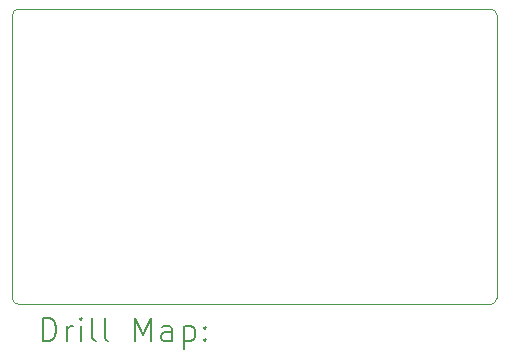
<source format=gbr>
%TF.GenerationSoftware,KiCad,Pcbnew,9.0.4*%
%TF.CreationDate,2026-02-10T01:39:44-05:00*%
%TF.ProjectId,main_board_peripheral_v3,6d61696e-5f62-46f6-9172-645f70657269,rev?*%
%TF.SameCoordinates,Original*%
%TF.FileFunction,Drillmap*%
%TF.FilePolarity,Positive*%
%FSLAX45Y45*%
G04 Gerber Fmt 4.5, Leading zero omitted, Abs format (unit mm)*
G04 Created by KiCad (PCBNEW 9.0.4) date 2026-02-10 01:39:44*
%MOMM*%
%LPD*%
G01*
G04 APERTURE LIST*
%ADD10C,0.050000*%
%ADD11C,0.200000*%
G04 APERTURE END LIST*
D10*
X9450000Y-10350000D02*
X13450000Y-10350000D01*
X13500000Y-7900000D02*
X13500000Y-10300000D01*
X13450000Y-7850000D02*
G75*
G02*
X13500000Y-7900000I0J-50000D01*
G01*
X9450000Y-7850000D02*
X13450000Y-7850000D01*
X9400000Y-10300000D02*
X9400000Y-7900000D01*
X9400000Y-7900000D02*
G75*
G02*
X9450000Y-7850000I50000J0D01*
G01*
X13500000Y-10300000D02*
G75*
G02*
X13450000Y-10350000I-50000J0D01*
G01*
X9450000Y-10350000D02*
G75*
G02*
X9400000Y-10300000I0J50000D01*
G01*
D11*
X9658277Y-10663984D02*
X9658277Y-10463984D01*
X9658277Y-10463984D02*
X9705896Y-10463984D01*
X9705896Y-10463984D02*
X9734467Y-10473508D01*
X9734467Y-10473508D02*
X9753515Y-10492555D01*
X9753515Y-10492555D02*
X9763039Y-10511603D01*
X9763039Y-10511603D02*
X9772563Y-10549698D01*
X9772563Y-10549698D02*
X9772563Y-10578270D01*
X9772563Y-10578270D02*
X9763039Y-10616365D01*
X9763039Y-10616365D02*
X9753515Y-10635412D01*
X9753515Y-10635412D02*
X9734467Y-10654460D01*
X9734467Y-10654460D02*
X9705896Y-10663984D01*
X9705896Y-10663984D02*
X9658277Y-10663984D01*
X9858277Y-10663984D02*
X9858277Y-10530651D01*
X9858277Y-10568746D02*
X9867801Y-10549698D01*
X9867801Y-10549698D02*
X9877324Y-10540174D01*
X9877324Y-10540174D02*
X9896372Y-10530651D01*
X9896372Y-10530651D02*
X9915420Y-10530651D01*
X9982086Y-10663984D02*
X9982086Y-10530651D01*
X9982086Y-10463984D02*
X9972563Y-10473508D01*
X9972563Y-10473508D02*
X9982086Y-10483032D01*
X9982086Y-10483032D02*
X9991610Y-10473508D01*
X9991610Y-10473508D02*
X9982086Y-10463984D01*
X9982086Y-10463984D02*
X9982086Y-10483032D01*
X10105896Y-10663984D02*
X10086848Y-10654460D01*
X10086848Y-10654460D02*
X10077324Y-10635412D01*
X10077324Y-10635412D02*
X10077324Y-10463984D01*
X10210658Y-10663984D02*
X10191610Y-10654460D01*
X10191610Y-10654460D02*
X10182086Y-10635412D01*
X10182086Y-10635412D02*
X10182086Y-10463984D01*
X10439229Y-10663984D02*
X10439229Y-10463984D01*
X10439229Y-10463984D02*
X10505896Y-10606841D01*
X10505896Y-10606841D02*
X10572563Y-10463984D01*
X10572563Y-10463984D02*
X10572563Y-10663984D01*
X10753515Y-10663984D02*
X10753515Y-10559222D01*
X10753515Y-10559222D02*
X10743991Y-10540174D01*
X10743991Y-10540174D02*
X10724944Y-10530651D01*
X10724944Y-10530651D02*
X10686848Y-10530651D01*
X10686848Y-10530651D02*
X10667801Y-10540174D01*
X10753515Y-10654460D02*
X10734467Y-10663984D01*
X10734467Y-10663984D02*
X10686848Y-10663984D01*
X10686848Y-10663984D02*
X10667801Y-10654460D01*
X10667801Y-10654460D02*
X10658277Y-10635412D01*
X10658277Y-10635412D02*
X10658277Y-10616365D01*
X10658277Y-10616365D02*
X10667801Y-10597317D01*
X10667801Y-10597317D02*
X10686848Y-10587793D01*
X10686848Y-10587793D02*
X10734467Y-10587793D01*
X10734467Y-10587793D02*
X10753515Y-10578270D01*
X10848753Y-10530651D02*
X10848753Y-10730651D01*
X10848753Y-10540174D02*
X10867801Y-10530651D01*
X10867801Y-10530651D02*
X10905896Y-10530651D01*
X10905896Y-10530651D02*
X10924944Y-10540174D01*
X10924944Y-10540174D02*
X10934467Y-10549698D01*
X10934467Y-10549698D02*
X10943991Y-10568746D01*
X10943991Y-10568746D02*
X10943991Y-10625889D01*
X10943991Y-10625889D02*
X10934467Y-10644936D01*
X10934467Y-10644936D02*
X10924944Y-10654460D01*
X10924944Y-10654460D02*
X10905896Y-10663984D01*
X10905896Y-10663984D02*
X10867801Y-10663984D01*
X10867801Y-10663984D02*
X10848753Y-10654460D01*
X11029705Y-10644936D02*
X11039229Y-10654460D01*
X11039229Y-10654460D02*
X11029705Y-10663984D01*
X11029705Y-10663984D02*
X11020182Y-10654460D01*
X11020182Y-10654460D02*
X11029705Y-10644936D01*
X11029705Y-10644936D02*
X11029705Y-10663984D01*
X11029705Y-10540174D02*
X11039229Y-10549698D01*
X11039229Y-10549698D02*
X11029705Y-10559222D01*
X11029705Y-10559222D02*
X11020182Y-10549698D01*
X11020182Y-10549698D02*
X11029705Y-10540174D01*
X11029705Y-10540174D02*
X11029705Y-10559222D01*
M02*

</source>
